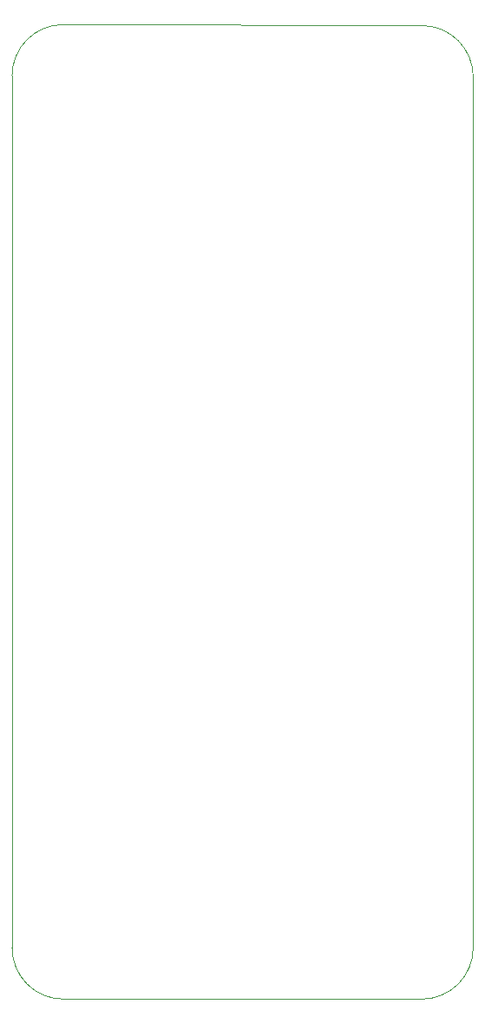
<source format=gbr>
%TF.GenerationSoftware,KiCad,Pcbnew,(5.99.0-7356-g63088e8bdb)*%
%TF.CreationDate,2021-07-04T12:01:15+08:00*%
%TF.ProjectId,AdapterCartdrigeDev,41646170-7465-4724-9361-727464726967,rev?*%
%TF.SameCoordinates,Original*%
%TF.FileFunction,Profile,NP*%
%FSLAX46Y46*%
G04 Gerber Fmt 4.6, Leading zero omitted, Abs format (unit mm)*
G04 Created by KiCad (PCBNEW (5.99.0-7356-g63088e8bdb)) date 2021-07-04 12:01:15*
%MOMM*%
%LPD*%
G01*
G04 APERTURE LIST*
%TA.AperFunction,Profile*%
%ADD10C,0.100000*%
%TD*%
G04 APERTURE END LIST*
D10*
X136000000Y-34100000D02*
X136000000Y-119000000D01*
X131000000Y-29100000D02*
G75*
G02*
X136000000Y-34100000I0J-5000000D01*
G01*
X131000000Y-124000000D02*
X96000000Y-124000000D01*
X96000000Y-124000000D02*
G75*
G02*
X91000000Y-119000000I0J5000000D01*
G01*
X136000000Y-119000000D02*
G75*
G02*
X131000000Y-124000000I-5000000J0D01*
G01*
X96000000Y-29000000D02*
G75*
G03*
X91000000Y-34000000I0J-5000000D01*
G01*
X96000000Y-29000000D02*
X131000000Y-29100000D01*
X91000000Y-119000000D02*
X91000000Y-34000000D01*
M02*

</source>
